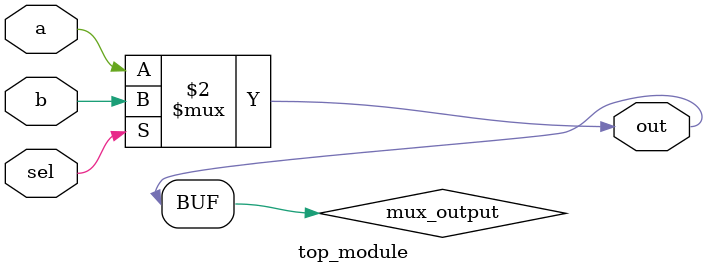
<source format=sv>
module top_module (
	input a,
	input b,
	input sel,
	output out
);

	// Define internal wires and signals
	wire mux_output;

	// Create the 2-to-1 multiplexer
	assign mux_output = (sel == 1'b0) ? a : b;
	
	// Output the multiplexer result
	assign out = mux_output;

endmodule

</source>
